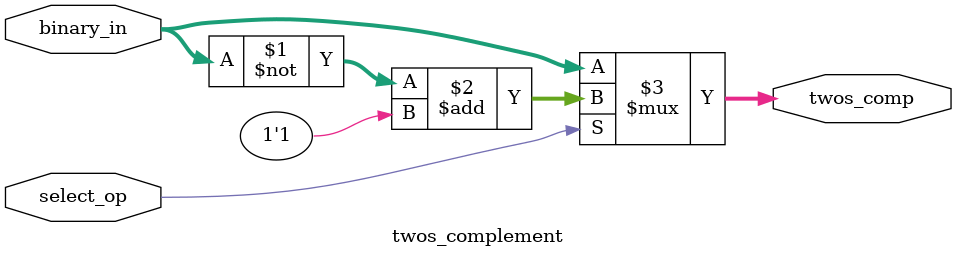
<source format=v>
module twos_complement (binary_in, select_op, twos_comp);
 
input [15:0] binary_in; 
input select_op;	
output [15:0] twos_comp;   


assign twos_comp = select_op ? ((~binary_in) + 1'b1): binary_in;

endmodule
</source>
